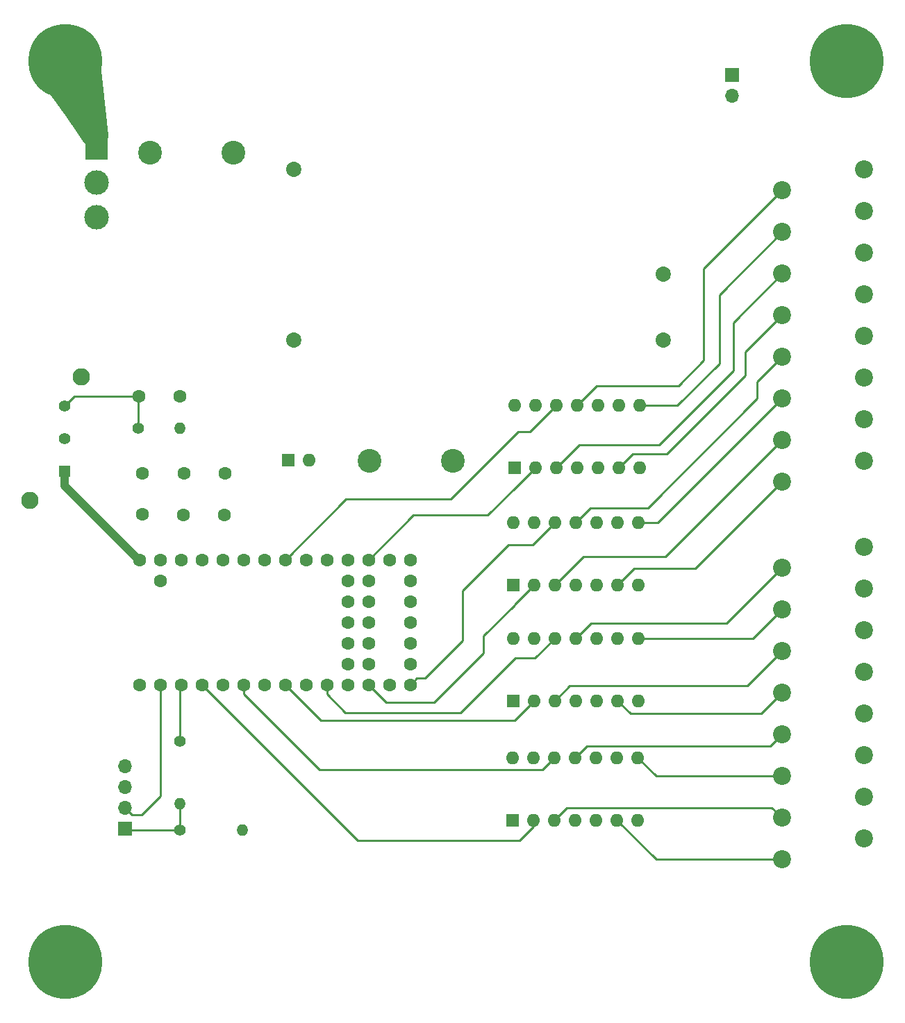
<source format=gbr>
G04 #@! TF.GenerationSoftware,KiCad,Pcbnew,(5.1.2-1)-1*
G04 #@! TF.CreationDate,2022-02-21T13:59:12-08:00*
G04 #@! TF.ProjectId,widaq-magis-ssr-v1b,77696461-712d-46d6-9167-69732d737372,rev?*
G04 #@! TF.SameCoordinates,Original*
G04 #@! TF.FileFunction,Copper,L1,Top*
G04 #@! TF.FilePolarity,Positive*
%FSLAX46Y46*%
G04 Gerber Fmt 4.6, Leading zero omitted, Abs format (unit mm)*
G04 Created by KiCad (PCBNEW (5.1.2-1)-1) date 2022-02-21 13:59:12*
%MOMM*%
%LPD*%
G04 APERTURE LIST*
%ADD10C,2.900000*%
%ADD11C,3.000000*%
%ADD12R,2.800000X2.800000*%
%ADD13R,1.700000X1.700000*%
%ADD14O,1.700000X1.700000*%
%ADD15C,9.000000*%
%ADD16C,2.200000*%
%ADD17C,1.600000*%
%ADD18R,1.410000X1.410000*%
%ADD19C,1.410000*%
%ADD20C,2.103000*%
%ADD21C,1.400000*%
%ADD22O,1.400000X1.400000*%
%ADD23R,1.600000X1.600000*%
%ADD24O,1.600000X1.600000*%
%ADD25C,1.860000*%
%ADD26C,0.250000*%
%ADD27C,1.016000*%
%ADD28C,0.254000*%
G04 APERTURE END LIST*
D10*
X129141220Y-87368380D03*
X139301220Y-87368380D03*
X112562640Y-49794160D03*
X102402640Y-49794160D03*
D11*
X95910400Y-57650600D03*
X95910400Y-53450600D03*
D12*
X95910400Y-49250600D03*
D13*
X173395640Y-40289480D03*
D14*
X173395640Y-42829480D03*
D15*
X187337700Y-148475700D03*
X92087700Y-148475700D03*
X187337700Y-38620700D03*
X92087700Y-38620700D03*
D16*
X189470580Y-51821980D03*
X189470580Y-56901980D03*
X189470580Y-61981980D03*
X189470580Y-67061980D03*
X189470580Y-72141980D03*
X189470580Y-77221980D03*
X189470580Y-82301980D03*
X189470580Y-87381980D03*
X179470580Y-54361980D03*
X179470580Y-59441980D03*
X179470580Y-64521980D03*
X179470580Y-69601980D03*
X179470580Y-74681980D03*
X179470580Y-79761980D03*
X179470580Y-84841980D03*
X179470580Y-89921980D03*
X189435020Y-97895040D03*
X189435020Y-102975040D03*
X189435020Y-108055040D03*
X189435020Y-113135040D03*
X189435020Y-118215040D03*
X189435020Y-123295040D03*
X189435020Y-128375040D03*
X189435020Y-133455040D03*
X179435020Y-100435040D03*
X179435020Y-105515040D03*
X179435020Y-110595040D03*
X179435020Y-115675040D03*
X179435020Y-120755040D03*
X179435020Y-125835040D03*
X179435020Y-130915040D03*
X179435020Y-135995040D03*
D17*
X106497120Y-93936820D03*
X111497120Y-93936820D03*
X106583480Y-88877140D03*
X111583480Y-88877140D03*
D18*
X92011680Y-88658200D03*
D19*
X92011680Y-84658200D03*
X92011680Y-80658200D03*
D20*
X87811680Y-92158200D03*
X94011680Y-77158200D03*
D21*
X101023420Y-83360260D03*
D22*
X106103420Y-83360260D03*
D23*
X119227600Y-87302340D03*
D24*
X121767600Y-87302340D03*
D17*
X106045000Y-79499460D03*
X101045000Y-79499460D03*
X101518720Y-88927940D03*
X101518720Y-93927940D03*
X134129780Y-107061000D03*
X134129780Y-104521000D03*
X134129780Y-101981000D03*
X134129780Y-99441000D03*
X134129780Y-109601000D03*
X134129780Y-112141000D03*
X134129780Y-114681000D03*
X131589780Y-99441000D03*
X129049780Y-99441000D03*
X126509780Y-99441000D03*
X123969780Y-99441000D03*
X121429780Y-99441000D03*
X118889780Y-99441000D03*
X116349780Y-99441000D03*
X113809780Y-99441000D03*
X111269780Y-99441000D03*
X108729780Y-99441000D03*
X106189780Y-99441000D03*
X103649780Y-99441000D03*
X101109780Y-99441000D03*
X103649780Y-101981000D03*
X131589780Y-114681000D03*
X129049780Y-114681000D03*
X126509780Y-114681000D03*
X123969780Y-114681000D03*
X121429780Y-114681000D03*
X118889780Y-114681000D03*
X116349780Y-114681000D03*
X113809780Y-114681000D03*
X111269780Y-114681000D03*
X108729780Y-114681000D03*
X106189780Y-114681000D03*
X103649780Y-114681000D03*
X101109780Y-114681000D03*
X129049780Y-101981000D03*
X126509780Y-101981000D03*
X129049780Y-104521000D03*
X126509780Y-104521000D03*
X129049780Y-107061000D03*
X126509780Y-107061000D03*
X129049780Y-109601000D03*
X126509780Y-109601000D03*
X129049780Y-112141000D03*
X126509780Y-112141000D03*
D21*
X106050080Y-132448300D03*
D22*
X113670080Y-132448300D03*
D21*
X106080560Y-121541540D03*
D22*
X106080560Y-129161540D03*
D25*
X119981020Y-72617300D03*
X119981020Y-51817300D03*
X164981020Y-72617300D03*
X164981020Y-64617300D03*
D13*
X99402900Y-132260340D03*
D14*
X99402900Y-129720340D03*
X99402900Y-127180340D03*
X99402900Y-124640340D03*
D23*
X146685000Y-116624100D03*
D24*
X161925000Y-109004100D03*
X149225000Y-116624100D03*
X159385000Y-109004100D03*
X151765000Y-116624100D03*
X156845000Y-109004100D03*
X154305000Y-116624100D03*
X154305000Y-109004100D03*
X156845000Y-116624100D03*
X151765000Y-109004100D03*
X159385000Y-116624100D03*
X149225000Y-109004100D03*
X161925000Y-116624100D03*
X146685000Y-109004100D03*
D23*
X146832320Y-88249760D03*
D24*
X162072320Y-80629760D03*
X149372320Y-88249760D03*
X159532320Y-80629760D03*
X151912320Y-88249760D03*
X156992320Y-80629760D03*
X154452320Y-88249760D03*
X154452320Y-80629760D03*
X156992320Y-88249760D03*
X151912320Y-80629760D03*
X159532320Y-88249760D03*
X149372320Y-80629760D03*
X162072320Y-88249760D03*
X146832320Y-80629760D03*
D23*
X146646900Y-131188460D03*
D24*
X161886900Y-123568460D03*
X149186900Y-131188460D03*
X159346900Y-123568460D03*
X151726900Y-131188460D03*
X156806900Y-123568460D03*
X154266900Y-131188460D03*
X154266900Y-123568460D03*
X156806900Y-131188460D03*
X151726900Y-123568460D03*
X159346900Y-131188460D03*
X149186900Y-123568460D03*
X161886900Y-131188460D03*
X146646900Y-123568460D03*
D23*
X146738340Y-102499160D03*
D24*
X161978340Y-94879160D03*
X149278340Y-102499160D03*
X159438340Y-94879160D03*
X151818340Y-102499160D03*
X156898340Y-94879160D03*
X154358340Y-102499160D03*
X154358340Y-94879160D03*
X156898340Y-102499160D03*
X151818340Y-94879160D03*
X159438340Y-102499160D03*
X149278340Y-94879160D03*
X161978340Y-102499160D03*
X146738340Y-94879160D03*
D26*
X129049780Y-114681000D02*
X131206240Y-116837460D01*
X131206240Y-116837460D02*
X137076180Y-116837460D01*
X137076180Y-116837460D02*
X143095980Y-110817660D01*
X143095980Y-110817660D02*
X143095980Y-108701840D01*
X143095980Y-108701840D02*
X146850100Y-104947720D01*
X146850100Y-104927400D02*
X149278340Y-102499160D01*
X146850100Y-104947720D02*
X146850100Y-104927400D01*
X134929779Y-113881001D02*
X135983879Y-113881001D01*
X134129780Y-114681000D02*
X134929779Y-113881001D01*
X135983879Y-113881001D02*
X140533120Y-109331760D01*
X140533120Y-109331760D02*
X140533120Y-103202740D01*
X140533120Y-103202740D02*
X146098260Y-97637600D01*
X149059900Y-97637600D02*
X151818340Y-94879160D01*
X146098260Y-97637600D02*
X149059900Y-97637600D01*
X147502880Y-133700520D02*
X149186900Y-132016500D01*
X149186900Y-132016500D02*
X149186900Y-131188460D01*
X127749300Y-133700520D02*
X147502880Y-133700520D01*
X108729780Y-114681000D02*
X127749300Y-133700520D01*
X113809780Y-115812370D02*
X123069550Y-125072140D01*
X113809780Y-114681000D02*
X113809780Y-115812370D01*
X150223220Y-125072140D02*
X151726900Y-123568460D01*
X123069550Y-125072140D02*
X150223220Y-125072140D01*
X143609060Y-94013020D02*
X147114260Y-90507820D01*
X147114260Y-90507820D02*
X149372320Y-88249760D01*
X134477760Y-94013020D02*
X143609060Y-94013020D01*
X129049780Y-99441000D02*
X134477760Y-94013020D01*
X147286980Y-83809840D02*
X148732240Y-83809840D01*
X139087860Y-92008960D02*
X147286980Y-83809840D01*
X148732240Y-83809840D02*
X151912320Y-80629760D01*
X126321820Y-92008960D02*
X139087860Y-92008960D01*
X118889780Y-99441000D02*
X126321820Y-92008960D01*
X118889780Y-114681000D02*
X123228100Y-119019320D01*
X146829780Y-119019320D02*
X149225000Y-116624100D01*
X123228100Y-119019320D02*
X146829780Y-119019320D01*
X149364700Y-111404400D02*
X151765000Y-109004100D01*
X140261340Y-118061740D02*
X146918680Y-111404400D01*
X123969780Y-115812370D02*
X126219150Y-118061740D01*
X146918680Y-111404400D02*
X149364700Y-111404400D01*
X126219150Y-118061740D02*
X140261340Y-118061740D01*
X123969780Y-114681000D02*
X123969780Y-115812370D01*
X99590860Y-132448300D02*
X99402900Y-132260340D01*
X106050080Y-132448300D02*
X99590860Y-132448300D01*
X106050080Y-129192020D02*
X106080560Y-129161540D01*
X106050080Y-132448300D02*
X106050080Y-129192020D01*
X103649780Y-128300480D02*
X103649780Y-114681000D01*
X100252899Y-130570339D02*
X101379921Y-130570339D01*
X101379921Y-130570339D02*
X103649780Y-128300480D01*
X99402900Y-129720340D02*
X100252899Y-130570339D01*
X106080560Y-114790220D02*
X106189780Y-114681000D01*
X106080560Y-121541540D02*
X106080560Y-114790220D01*
X101023420Y-79521040D02*
X101045000Y-79499460D01*
X101023420Y-83360260D02*
X101023420Y-79521040D01*
X93170420Y-79499460D02*
X92011680Y-80658200D01*
X101045000Y-79499460D02*
X93170420Y-79499460D01*
D27*
X101073480Y-99441000D02*
X101109780Y-99441000D01*
X92011680Y-90379200D02*
X101073480Y-99441000D01*
X92011680Y-88658200D02*
X92011680Y-90379200D01*
D26*
X95910400Y-42443400D02*
X92087700Y-38620700D01*
X95910400Y-49250600D02*
X95910400Y-42443400D01*
X164153480Y-125835040D02*
X179435020Y-125835040D01*
X161886900Y-123568460D02*
X164153480Y-125835040D01*
X151726900Y-131188460D02*
X153210260Y-129705100D01*
X178225080Y-129705100D02*
X179435020Y-130915040D01*
X153210260Y-129705100D02*
X178225080Y-129705100D01*
X178036380Y-122153680D02*
X179435020Y-120755040D01*
X155681680Y-122153680D02*
X178036380Y-122153680D01*
X154266900Y-123568460D02*
X155681680Y-122153680D01*
X164153480Y-135995040D02*
X179435020Y-135995040D01*
X159346900Y-131188460D02*
X164153480Y-135995040D01*
X162072320Y-80629760D02*
X166697660Y-80629760D01*
X166697660Y-80629760D02*
X171813220Y-75514200D01*
X171813220Y-67099340D02*
X179470580Y-59441980D01*
X171813220Y-75514200D02*
X171813220Y-67099340D01*
X173512480Y-70480080D02*
X179470580Y-64521980D01*
X173512480Y-76329540D02*
X173512480Y-70480080D01*
X164439600Y-85402420D02*
X173512480Y-76329540D01*
X154759660Y-85402420D02*
X164439600Y-85402420D01*
X151912320Y-88249760D02*
X154759660Y-85402420D01*
X156852620Y-78229460D02*
X166829740Y-78229460D01*
X154452320Y-80629760D02*
X156852620Y-78229460D01*
X166829740Y-78229460D02*
X169938700Y-75120500D01*
X169938700Y-63893860D02*
X179470580Y-54361980D01*
X169938700Y-75120500D02*
X169938700Y-63893860D01*
X161267140Y-86514940D02*
X165435280Y-86514940D01*
X159532320Y-88249760D02*
X161267140Y-86514940D01*
X165435280Y-86514940D02*
X174985680Y-76964540D01*
X174985680Y-74086880D02*
X179470580Y-69601980D01*
X174985680Y-76964540D02*
X174985680Y-74086880D01*
X175945960Y-109004100D02*
X179435020Y-105515040D01*
X161925000Y-109004100D02*
X175945960Y-109004100D01*
X175389540Y-114640520D02*
X179435020Y-110595040D01*
X153586180Y-114802920D02*
X175227140Y-114802920D01*
X175227140Y-114802920D02*
X175389540Y-114640520D01*
X151765000Y-116624100D02*
X153586180Y-114802920D01*
X173122670Y-106747390D02*
X179435020Y-100435040D01*
X172725240Y-107144820D02*
X173122670Y-106747390D01*
X156164280Y-107144820D02*
X172725240Y-107144820D01*
X154305000Y-109004100D02*
X156164280Y-107144820D01*
X159385000Y-116624100D02*
X160980120Y-118219220D01*
X176890840Y-118219220D02*
X179435020Y-115675040D01*
X160980120Y-118219220D02*
X176890840Y-118219220D01*
X164353400Y-94879160D02*
X179470580Y-79761980D01*
X161978340Y-94879160D02*
X164353400Y-94879160D01*
X178370581Y-85941979D02*
X179470580Y-84841980D01*
X155249880Y-99067620D02*
X165244940Y-99067620D01*
X165244940Y-99067620D02*
X178370581Y-85941979D01*
X151818340Y-102499160D02*
X155249880Y-99067620D01*
X154358340Y-94879160D02*
X156141420Y-93096080D01*
X156141420Y-93096080D02*
X163151820Y-93096080D01*
X163151820Y-93096080D02*
X176458880Y-79789020D01*
X176458880Y-77693680D02*
X179470580Y-74681980D01*
X176458880Y-79789020D02*
X176458880Y-77693680D01*
X159438340Y-102499160D02*
X161452560Y-100484940D01*
X168907620Y-100484940D02*
X179470580Y-89921980D01*
X161452560Y-100484940D02*
X168907620Y-100484940D01*
D28*
G36*
X93881474Y-35152917D02*
G01*
X94072853Y-35179566D01*
X94252270Y-35235669D01*
X94420061Y-35320433D01*
X94571680Y-35431561D01*
X94703027Y-35566048D01*
X94813546Y-35724556D01*
X95981535Y-37733997D01*
X96082100Y-37958153D01*
X96133824Y-38198324D01*
X97148591Y-47616551D01*
X97152397Y-47812149D01*
X97122822Y-47999855D01*
X97060885Y-48179502D01*
X96968495Y-48345550D01*
X96848490Y-48492896D01*
X96704581Y-48616985D01*
X96541188Y-48714005D01*
X96363356Y-48780963D01*
X96176548Y-48815799D01*
X95980925Y-48817487D01*
X95146588Y-48751235D01*
X94938993Y-48715809D01*
X94746448Y-48645836D01*
X94569495Y-48542599D01*
X94413826Y-48409422D01*
X94280819Y-48246132D01*
X91975742Y-44831367D01*
X91974332Y-44829320D01*
X91945695Y-44788637D01*
X91944241Y-44786615D01*
X88347615Y-39884180D01*
X88242171Y-39710820D01*
X88170152Y-39527036D01*
X88130842Y-39333597D01*
X88125415Y-39136276D01*
X88154029Y-38940973D01*
X88217563Y-38748266D01*
X89537912Y-35668022D01*
X89634670Y-35487589D01*
X89757848Y-35331079D01*
X89906333Y-35198339D01*
X90075619Y-35093400D01*
X90260557Y-35019453D01*
X90455517Y-34978750D01*
X90660158Y-34972346D01*
X93881474Y-35152917D01*
X93881474Y-35152917D01*
G37*
X93881474Y-35152917D02*
X94072853Y-35179566D01*
X94252270Y-35235669D01*
X94420061Y-35320433D01*
X94571680Y-35431561D01*
X94703027Y-35566048D01*
X94813546Y-35724556D01*
X95981535Y-37733997D01*
X96082100Y-37958153D01*
X96133824Y-38198324D01*
X97148591Y-47616551D01*
X97152397Y-47812149D01*
X97122822Y-47999855D01*
X97060885Y-48179502D01*
X96968495Y-48345550D01*
X96848490Y-48492896D01*
X96704581Y-48616985D01*
X96541188Y-48714005D01*
X96363356Y-48780963D01*
X96176548Y-48815799D01*
X95980925Y-48817487D01*
X95146588Y-48751235D01*
X94938993Y-48715809D01*
X94746448Y-48645836D01*
X94569495Y-48542599D01*
X94413826Y-48409422D01*
X94280819Y-48246132D01*
X91975742Y-44831367D01*
X91974332Y-44829320D01*
X91945695Y-44788637D01*
X91944241Y-44786615D01*
X88347615Y-39884180D01*
X88242171Y-39710820D01*
X88170152Y-39527036D01*
X88130842Y-39333597D01*
X88125415Y-39136276D01*
X88154029Y-38940973D01*
X88217563Y-38748266D01*
X89537912Y-35668022D01*
X89634670Y-35487589D01*
X89757848Y-35331079D01*
X89906333Y-35198339D01*
X90075619Y-35093400D01*
X90260557Y-35019453D01*
X90455517Y-34978750D01*
X90660158Y-34972346D01*
X93881474Y-35152917D01*
M02*

</source>
